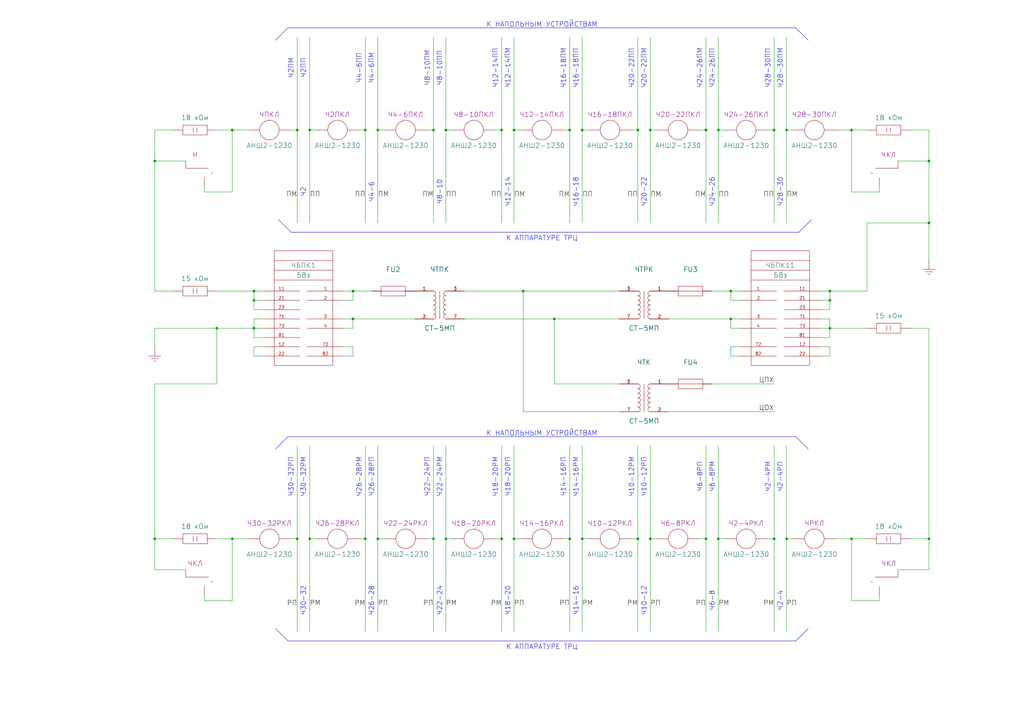
<source format=kicad_sch>
(kicad_sch (version 20231120) (generator "eeschema") (generator_version "8.0")
  (paper "A3")
  (title_block (title "Станция А") (company "МКТ РУТ (МИИТ)") (comment 1 "КП 27.02.03.03.000 ГЧ") (comment 2 "Сафранович") (comment 3 "Бузунова") (comment 9 "Схема контроля жил кабеля"))
  (lib_symbols
    (symbol "Blocks:БВз" (pin_names (offset 0) hide)
      (property "Reference" "ЧБПК" (at 0 10.52 0))
      (property "Value" "БВз" (at 0 6.52 0))
      (symbol "БВз_0_1"
        (rectangle (start -12 16.52) (end 12 -30.49))
        (polyline (pts (xy 12 4.52) (xy -12 4.52)))
        (polyline (pts (xy 12 8.52) (xy -12 8.52)))
        (polyline (pts (xy 12 12.52) (xy -12 12.52)))
      )
      (symbol "БВз_1_1"
        (pin bidirectional line (at 16.51 0 180) (length 15) (name "") (number "1"))
        (pin bidirectional line (at -16.51 0 0) (length 15) (name "") (number "11"))
        (pin bidirectional line (at -16.51 -22.86 0) (length 15) (name "") (number "12"))
        (pin bidirectional line (at 16.51 -3.81 180) (length 15) (name "") (number "2"))
        (pin bidirectional line (at -16.51 -3.81 0) (length 15) (name "") (number "21"))
        (pin bidirectional line (at -16.51 -26.67 0) (length 15) (name "") (number "22"))
        (pin bidirectional line (at -16.51 -7.62 0) (length 15) (name "") (number "23"))
        (pin bidirectional line (at 16.51 -11.43 180) (length 15) (name "") (number "3"))
        (pin bidirectional line (at 16.51 -15.24 180) (length 15) (name "") (number "4"))
        (pin bidirectional line (at -16.51 -11.43 0) (length 15) (name "") (number "71"))
        (pin bidirectional line (at 16.51 -22.86 180) (length 15) (name "") (number "72"))
        (pin bidirectional line (at -16.51 -15.24 0) (length 15) (name "") (number "73"))
        (pin bidirectional line (at -16.51 -19.05 0) (length 15) (name "") (number "81"))
        (pin bidirectional line (at 16.51 -26.67 180) (length 15) (name "") (number "82"))
      )
    )
    (symbol "Blocks:СТ-5МП" (pin_names (offset 1.016) hide)
      (property "Reference" "ТПК" (at 0 7.62 0))
      (property "Value" "СТ-5МП" (at 0 -8.89 0))
      (symbol "СТ-5МП_0_1"
        (arc (start -2.54 -6.35) (mid -1.5736 -5.3975) (end -2.54 -4.445))
        (arc (start -2.54 -4.445) (mid -1.5736 -3.4925) (end -2.54 -2.54))
        (arc (start -2.54 -2.54) (mid -1.5736 -1.5875) (end -2.54 -0.635))
        (arc (start -2.54 -0.635) (mid -1.5048 0.3175) (end -2.54 1.27))
        (arc (start -2.54 1.27) (mid -1.5428 2.2225) (end -2.54 3.175))
        (arc (start -2.54 3.175) (mid -1.5875 4.1275) (end -2.54 5.08))
        (polyline (pts (xy 0 -6.35) (xy 0 5.08)))
        (arc (start 2.54 -4.445) (mid 1.5452 -5.3975) (end 2.54 -6.35))
        (arc (start 2.54 -2.54) (mid 1.5452 -3.4925) (end 2.54 -4.445))
        (arc (start 2.54 -0.635) (mid 1.4998 -1.5875) (end 2.54 -2.54))
        (arc (start 2.54 1.27) (mid 1.5736 0.3175) (end 2.54 -0.635))
        (arc (start 2.54 3.175) (mid 1.5875 2.2225) (end 2.54 1.27))
        (arc (start 2.54 5.08) (mid 1.5633 4.1275) (end 2.54 3.175))
      )
      (symbol "СТ-5МП_1_1"
        (pin passive line (at -10.16 5.08 0) (length 7.62) (name "AA") (number "1"))
        (pin passive line (at -10.16 -6.35 0) (length 7.62) (name "AB") (number "2"))
        (pin passive line (at 10.16 5.08 180) (length 7.62) (name "SB") (number "3"))
        (pin passive line (at 10.16 -6.35 180) (length 7.62) (name "SA") (number "7"))
      )
    )
    (symbol "Device_GOST:FU_FUSE" (pin_numbers hide) (pin_names (offset 0) hide)
      (property "Reference" "FU" (at 0 3.81 0))
      (property "Value" "FU_FUSE" (at 0 -3.81 0))
      (symbol "FU_FUSE_0_1"
        (rectangle (start -5.0038 2.0066) (end 5.0038 -2.0066))
        (polyline (pts (xy -5.0038 0) (xy 5.0038 0)))
      )
      (symbol "FU_FUSE_1_1"
        (pin passive line (at -8.89 0 0) (length 3.8862) (name "~") (number "1"))
        (pin passive line (at 8.89 0 180) (length 3.8862) (name "~") (number "2"))
      )
    )
    (symbol "Device_GOST:R_2W" (pin_numbers hide) (pin_names (offset 0) hide)
      (property "Reference" "R" (at 0 3.81 0))
      (property "Value" "R_2W" (at 0 -3.81 0))
      (symbol "R_2W_0_1"
        (rectangle (start -5.0038 2.0066) (end 5.0038 -2.0066))
        (polyline (pts (xy -0.762 1.016) (xy -0.762 -1.016)))
        (polyline (pts (xy 0.762 1.016) (xy 0.762 -1.016)))
      )
      (symbol "R_2W_1_1"
        (pin passive line (at -8.89 0 0) (length 3.8862) (name "~") (number "1"))
        (pin passive line (at 8.89 0 180) (length 3.8862) (name "~") (number "2"))
      )
    )
    (symbol "SCB_Relay:Контакт_нейтрального_якоря_НЗ" (pin_numbers hide) (pin_names hide)
      (property "Обозначение реле" "Н" (at 0 2.54 0))
      (symbol "Контакт_нейтрального_якоря_НЗ_0_1"
        (polyline (pts (xy -3.81 -3) (xy 5.5 -3)))
        (pin bidirectional line (at -3.81 0 270) (length 3) (name "") (number "1"))
      )
      (symbol "Контакт_нейтрального_якоря_НЗ_1_1"
        (pin bidirectional line (at 3.81 0 270) (length 3) (name "") (number "2"))
        (pin bidirectional line (at 3.81 -10.16 90) (length 3.3) (name "") (number "3"))
      )
      (symbol "Контакт_нейтрального_якоря_НЗ_2_1"
        (pin bidirectional line (at 3.81 -10.16 90) (length 3.3) (name "") (number "3"))
      )
      (symbol "Контакт_нейтрального_якоря_НЗ_3_1"
        (pin bidirectional line (at 3.81 0 270) (length 3) (name "") (number "2"))
      )
      (symbol "Контакт_нейтрального_якоря_НЗ_4_1"
        (polyline (pts (xy 3.81 -10.16) (xy 7.62 -10.16)))
        (polyline (pts (xy 3.81 -8.89) (xy 5.715 -10.16)))
        (polyline (pts (xy 3.81 -6.858) (xy 3.81 -10.16)))
        (polyline (pts (xy 3.81 -1.27) (xy 5.715 0)))
        (polyline (pts (xy 3.81 0) (xy 3.81 -3)))
        (polyline (pts (xy 3.81 0) (xy 7.62 0)))
        (pin bidirectional line (at -3.81 0 270) (length 3) (name "") (number "1"))
        (pin bidirectional line (at 8.89 0 180) (length 2) (name "") (number "2"))
        (pin bidirectional line (at 8.89 -10.16 180) (length 2) (name "") (number "3"))
      )
      (symbol "Контакт_нейтрального_якоря_НЗ_5_1"
        (polyline (pts (xy 3.81 -1.27) (xy 5.715 0)))
        (polyline (pts (xy 3.81 0) (xy 3.81 -3)))
        (polyline (pts (xy 3.81 0) (xy 7.62 0)))
        (pin bidirectional line (at 8.89 0 180) (length 2) (name "") (number "2"))
      )
      (symbol "Контакт_нейтрального_якоря_НЗ_6_1"
        (polyline (pts (xy 3.81 -8.89) (xy 5.715 -10.16)))
        (polyline (pts (xy 3.81 -6.858) (xy 3.81 -10.16) (xy 6.985 -10.16)))
        (pin bidirectional line (at 8.89 -10.16 180) (length 2) (name "") (number "3"))
      )
      (symbol "Контакт_нейтрального_якоря_НЗ_7_1"
        (polyline (pts (xy 11.43 0) (xy 3.81 0) (xy 3.81 -3)))
        (polyline (pts (xy 3.81 0) (xy 5.5 1) (xy 8.5 -1) (xy 10 0)))
        (pin bidirectional line (at 12.7 0 180) (length 2) (name "") (number "2"))
        (pin bidirectional line (at 3.81 -10.16 90) (length 3.3) (name "") (number "3"))
      )
      (symbol "Контакт_нейтрального_якоря_НЗ_8_1"
        (arc (start 5 -8.5) (mid 6.0355 -6) (end 5 -3.5))
        (pin bidirectional line (at 3.81 0 270) (length 3) (name "") (number "2"))
        (pin bidirectional line (at 3.81 -10.16 90) (length 3.3) (name "") (number "3"))
      )
    )
    (symbol "SCB_Relay:Нейтральное" (pin_numbers hide) (pin_names (offset 0.002) hide)
      (property "Value" "НМШ" (at 0 -6.35 0))
      (property "Обозначение реле" "Н" (at 0 6.35 0))
      (symbol "Нейтральное_0_1"
        (circle (center 0 0) (radius 4))
      )
      (symbol "Нейтральное_1_1"
        (pin power_in line (at -8.89 0 0) (length 4.8) (name "") (number "1"))
        (pin power_in line (at 8.89 0 180) (length 4.8) (name "") (number "4"))
      )
      (symbol "Нейтральное_2_1"
        (pin power_in line (at -8.89 0 0) (length 4.8) (name "") (number "1"))
        (pin power_in line (at -8.89 -1.905 0) (length 5.3) (name "") (number "2"))
        (pin power_in line (at 8.89 0 180) (length 4.8) (name "") (number "3"))
        (pin power_in line (at 8.89 -1.905 180) (length 5.3) (name "") (number "4"))
      )
    )
    (symbol "power_GOST:Earth" (power) (pin_numbers hide) (pin_names (offset 0) hide)
      (symbol "Earth_0_1"
        (polyline (pts (xy -2.4892 -3.81) (xy 2.4892 -3.81)))
        (polyline (pts (xy -1.4732 -4.826) (xy 1.4732 -4.826)))
        (polyline (pts (xy -0.4572 -5.842) (xy 0.4572 -5.842)))
        (polyline (pts (xy 0 0) (xy 0 -3.81)))
      )
      (symbol "Earth_1_1"
        (pin passive line (at 0 0 270) (length 0) hide (name "Earth") (number "1"))
      )
    )
    (symbol "СТ-5МП_1" (pin_names (offset 1.016) hide)
      (property "Reference" "ТПК" (at 0 12.7 0))
      (property "Value" "СТ-5МП" (at 0 -12.7 0))
      (symbol "СТ-5МП_1_0_1"
        (arc (start -2.54 -6.35) (mid -1.5736 -5.3975) (end -2.54 -4.445))
        (arc (start -2.54 -4.445) (mid -1.5736 -3.4925) (end -2.54 -2.54))
        (arc (start -2.54 -2.54) (mid -1.5736 -1.5875) (end -2.54 -0.635))
        (arc (start -2.54 -0.635) (mid -1.5048 0.3175) (end -2.54 1.27))
        (arc (start -2.54 1.27) (mid -1.5428 2.2225) (end -2.54 3.175))
        (arc (start -2.54 3.175) (mid -1.5875 4.1275) (end -2.54 5.08))
        (polyline (pts (xy 0 -6.35) (xy 0 5.08)))
        (arc (start 2.54 -4.445) (mid 1.5452 -5.3975) (end 2.54 -6.35))
        (arc (start 2.54 -2.54) (mid 1.5452 -3.4925) (end 2.54 -4.445))
        (arc (start 2.54 -0.635) (mid 1.4998 -1.5875) (end 2.54 -2.54))
        (arc (start 2.54 1.27) (mid 1.5736 0.3175) (end 2.54 -0.635))
        (arc (start 2.54 3.175) (mid 1.5875 2.2225) (end 2.54 1.27))
        (arc (start 2.54 5.08) (mid 1.5633 4.1275) (end 2.54 3.175))
      )
      (symbol "СТ-5МП_1_1_1"
        (pin passive line (at -10.16 5.08 0) (length 7.62) (name "AA") (number "1"))
        (pin passive line (at -10.16 -6.35 0) (length 7.62) (name "AB") (number "2"))
        (pin passive line (at 10.16 5.08 180) (length 7.62) (name "SB") (number "3"))
        (pin passive line (at 10.16 -6.35 180) (length 7.62) (name "SA") (number "7"))
      )
    )
    (symbol "СТ-5МП_2" (pin_names (offset 1.016) hide)
      (property "Reference" "ТПК" (at 0 12.7 0))
      (property "Value" "СТ-5МП" (at 0 -12.7 0))
      (symbol "СТ-5МП_2_0_1"
        (arc (start -2.54 -6.35) (mid -1.5736 -5.3975) (end -2.54 -4.445))
        (arc (start -2.54 -4.445) (mid -1.5736 -3.4925) (end -2.54 -2.54))
        (arc (start -2.54 -2.54) (mid -1.5736 -1.5875) (end -2.54 -0.635))
        (arc (start -2.54 -0.635) (mid -1.5048 0.3175) (end -2.54 1.27))
        (arc (start -2.54 1.27) (mid -1.5428 2.2225) (end -2.54 3.175))
        (arc (start -2.54 3.175) (mid -1.5875 4.1275) (end -2.54 5.08))
        (polyline (pts (xy 0 -6.35) (xy 0 5.08)))
        (arc (start 2.54 -4.445) (mid 1.5452 -5.3975) (end 2.54 -6.35))
        (arc (start 2.54 -2.54) (mid 1.5452 -3.4925) (end 2.54 -4.445))
        (arc (start 2.54 -0.635) (mid 1.4998 -1.5875) (end 2.54 -2.54))
        (arc (start 2.54 1.27) (mid 1.5736 0.3175) (end 2.54 -0.635))
        (arc (start 2.54 3.175) (mid 1.5875 2.2225) (end 2.54 1.27))
        (arc (start 2.54 5.08) (mid 1.5633 4.1275) (end 2.54 3.175))
      )
      (symbol "СТ-5МП_2_1_1"
        (pin passive line (at -10.16 5.08 0) (length 7.62) (name "AA") (number "1"))
        (pin passive line (at -10.16 -6.35 0) (length 7.62) (name "AB") (number "2"))
        (pin passive line (at 10.16 5.08 180) (length 7.62) (name "SB") (number "3"))
        (pin passive line (at 10.16 -6.35 180) (length 7.62) (name "SA") (number "7"))
      )
    )
  )
  (junction (at 88.9 134.62))
  (junction (at 205.74 53.34))
  (junction (at 266.7 53.34))
  (junction (at 317.5 220.98))
  (junction (at 289.56 53.34))
  (junction (at 340.36 134.62))
  (junction (at 95.25 220.98))
  (junction (at 322.58 53.34))
  (junction (at 381 66.04))
  (junction (at 266.7 220.98))
  (junction (at 127 53.34))
  (junction (at 381 220.98))
  (junction (at 177.8 53.34))
  (junction (at 261.62 53.34))
  (junction (at 233.68 53.34))
  (junction (at 317.5 53.34))
  (junction (at 349.25 53.34))
  (junction (at 340.36 123.19))
  (junction (at 349.25 220.98))
  (junction (at 154.94 53.34))
  (junction (at 289.56 220.98))
  (junction (at 205.74 220.98))
  (junction (at 322.58 220.98))
  (junction (at 210.82 53.34))
  (junction (at 104.14 134.62))
  (junction (at 238.76 220.98))
  (junction (at 149.86 220.98))
  (junction (at 340.36 119.38))
  (junction (at 210.82 220.98))
  (junction (at 214.63 119.38))
  (junction (at 104.14 123.19))
  (junction (at 294.64 53.34))
  (junction (at 149.86 53.34))
  (junction (at 63.5 220.98))
  (junction (at 154.94 220.98))
  (junction (at 299.72 119.38))
  (junction (at 238.76 53.34))
  (junction (at 182.88 220.98))
  (junction (at 95.25 53.34))
  (junction (at 227.33 130.81))
  (junction (at 121.92 53.34))
  (junction (at 261.62 220.98))
  (junction (at 63.5 66.04))
  (junction (at 381 91.44))
  (junction (at 127 220.98))
  (junction (at 233.68 220.98))
  (junction (at 299.72 130.81))
  (junction (at 144.78 130.81))
  (junction (at 144.78 119.38))
  (junction (at 177.8 220.98))
  (junction (at 294.64 220.98))
  (junction (at 104.14 119.38))
  (junction (at 121.92 220.98))
  (junction (at 182.88 53.34))
  (wire (pts (xy 340.36 119.38) (xy 336.55 119.38)))
  (wire (pts (xy 177.8 220.98) (xy 177.8 259.08)))
  (wire (pts (xy 140.97 134.62) (xy 144.78 134.62)))
  (wire (pts (xy 381 220.98) (xy 381 233.68)))
  (polyline (pts (xy 113.03 184.15) (xy 118.11 179.07)))
  (wire (pts (xy 144.78 134.62) (xy 144.78 130.81)))
  (wire (pts (xy 349.25 220.98) (xy 349.25 246.38)))
  (wire (pts (xy 95.25 220.98) (xy 95.25 246.38)))
  (wire (pts (xy 203.2 53.34) (xy 205.74 53.34)))
  (wire (pts (xy 238.76 53.34) (xy 241.3 53.34)))
  (wire (pts (xy 349.25 78.74) (xy 360.68 78.74)))
  (wire (pts (xy 336.55 146.05) (xy 340.36 146.05)))
  (wire (pts (xy 355.6 53.34) (xy 349.25 53.34)))
  (wire (pts (xy 266.7 182.88) (xy 266.7 220.98)))
  (wire (pts (xy 299.72 119.38) (xy 292.1 119.38)))
  (wire (pts (xy 292.1 157.48) (xy 317.5 157.48)))
  (wire (pts (xy 88.9 157.48) (xy 63.5 157.48)))
  (wire (pts (xy 368.3 233.68) (xy 381 233.68)))
  (wire (pts (xy 182.88 53.34) (xy 182.88 91.44)))
  (wire (pts (xy 144.78 123.19) (xy 144.78 119.38)))
  (wire (pts (xy 294.64 220.98) (xy 294.64 259.08)))
  (wire (pts (xy 294.64 53.34) (xy 294.64 91.44)))
  (wire (pts (xy 149.86 15.24) (xy 149.86 53.34)))
  (wire (pts (xy 149.86 53.34) (xy 149.86 91.44)))
  (wire (pts (xy 266.7 53.34) (xy 269.24 53.34)))
  (wire (pts (xy 210.82 220.98) (xy 213.36 220.98)))
  (wire (pts (xy 76.2 66.04) (xy 63.5 66.04)))
  (wire (pts (xy 266.7 220.98) (xy 269.24 220.98)))
  (wire (pts (xy 127 53.34) (xy 129.54 53.34)))
  (wire (pts (xy 88.9 134.62) (xy 88.9 157.48)))
  (wire (pts (xy 289.56 53.34) (xy 289.56 91.44)))
  (wire (pts (xy 355.6 91.44) (xy 355.6 119.38)))
  (wire (pts (xy 71.12 53.34) (xy 63.5 53.34)))
  (wire (pts (xy 104.14 134.62) (xy 88.9 134.62)))
  (wire (pts (xy 214.63 168.91) (xy 214.63 119.38)))
  (wire (pts (xy 368.3 66.04) (xy 381 66.04)))
  (wire (pts (xy 303.53 134.62) (xy 299.72 134.62)))
  (wire (pts (xy 154.94 220.98) (xy 154.94 259.08)))
  (wire (pts (xy 127 220.98) (xy 127 259.08)))
  (wire (pts (xy 322.58 15.24) (xy 322.58 53.34)))
  (wire (pts (xy 205.74 182.88) (xy 205.74 220.98)))
  (wire (pts (xy 205.74 15.24) (xy 205.74 53.34)))
  (wire (pts (xy 317.5 53.34) (xy 317.5 91.44)))
  (wire (pts (xy 154.94 53.34) (xy 157.48 53.34)))
  (wire (pts (xy 259.08 220.98) (xy 261.62 220.98)))
  (wire (pts (xy 95.25 246.38) (xy 83.82 246.38)))
  (wire (pts (xy 259.08 53.34) (xy 261.62 53.34)))
  (polyline (pts (xy 326.39 179.07) (xy 331.47 184.15)))
  (wire (pts (xy 233.68 220.98) (xy 233.68 259.08)))
  (wire (pts (xy 322.58 53.34) (xy 325.12 53.34)))
  (wire (pts (xy 381 66.04) (xy 381 91.44)))
  (wire (pts (xy 104.14 119.38) (xy 107.95 119.38)))
  (wire (pts (xy 144.78 119.38) (xy 140.97 119.38)))
  (polyline (pts (xy 327.66 95.25) (xy 119.38 95.25)))
  (wire (pts (xy 147.32 220.98) (xy 149.86 220.98)))
  (wire (pts (xy 294.64 220.98) (xy 297.18 220.98)))
  (wire (pts (xy 119.38 53.34) (xy 121.92 53.34)))
  (wire (pts (xy 144.78 119.38) (xy 152.4 119.38)))
  (wire (pts (xy 317.5 182.88) (xy 317.5 220.98)))
  (polyline (pts (xy 118.11 11.43) (xy 326.39 11.43)))
  (wire (pts (xy 342.9 220.98) (xy 349.25 220.98)))
  (wire (pts (xy 360.68 246.38) (xy 360.68 243.84)))
  (wire (pts (xy 261.62 15.24) (xy 261.62 53.34)))
  (wire (pts (xy 107.95 127) (xy 104.14 127)))
  (wire (pts (xy 144.78 130.81) (xy 140.97 130.81)))
  (wire (pts (xy 83.82 78.74) (xy 83.82 76.2)))
  (wire (pts (xy 336.55 138.43) (xy 340.36 138.43)))
  (wire (pts (xy 144.78 130.81) (xy 170.18 130.81)))
  (wire (pts (xy 71.12 220.98) (xy 63.5 220.98)))
  (wire (pts (xy 266.7 15.24) (xy 266.7 53.34)))
  (wire (pts (xy 238.76 220.98) (xy 238.76 259.08)))
  (wire (pts (xy 83.82 246.38) (xy 83.82 243.84)))
  (polyline (pts (xy 113.03 16.51) (xy 118.11 11.43)))
  (wire (pts (xy 299.72 146.05) (xy 303.53 146.05)))
  (wire (pts (xy 238.76 15.24) (xy 238.76 53.34)))
  (wire (pts (xy 104.14 146.05) (xy 104.14 142.24)))
  (wire (pts (xy 381 134.62) (xy 381 220.98)))
  (wire (pts (xy 355.6 220.98) (xy 349.25 220.98)))
  (wire (pts (xy 381 53.34) (xy 381 66.04)))
  (wire (pts (xy 63.5 220.98) (xy 63.5 233.68)))
  (wire (pts (xy 322.58 220.98) (xy 325.12 220.98)))
  (polyline (pts (xy 118.11 179.07) (xy 326.39 179.07)))
  (wire (pts (xy 107.95 123.19) (xy 104.14 123.19)))
  (wire (pts (xy 182.88 15.24) (xy 182.88 53.34)))
  (wire (pts (xy 289.56 220.98) (xy 289.56 259.08)))
  (wire (pts (xy 340.36 134.62) (xy 355.6 134.62)))
  (wire (pts (xy 287.02 53.34) (xy 289.56 53.34)))
  (wire (pts (xy 373.38 220.98) (xy 381 220.98)))
  (wire (pts (xy 182.88 53.34) (xy 185.42 53.34)))
  (wire (pts (xy 314.96 53.34) (xy 317.5 53.34)))
  (wire (pts (xy 314.96 220.98) (xy 317.5 220.98)))
  (wire (pts (xy 190.5 130.81) (xy 227.33 130.81)))
  (wire (pts (xy 373.38 134.62) (xy 381 134.62)))
  (wire (pts (xy 342.9 53.34) (xy 349.25 53.34)))
  (wire (pts (xy 95.25 53.34) (xy 95.25 78.74)))
  (wire (pts (xy 299.72 130.81) (xy 303.53 130.81)))
  (wire (pts (xy 127 220.98) (xy 129.54 220.98)))
  (wire (pts (xy 233.68 182.88) (xy 233.68 220.98)))
  (wire (pts (xy 149.86 182.88) (xy 149.86 220.98)))
  (wire (pts (xy 289.56 15.24) (xy 289.56 53.34)))
  (wire (pts (xy 336.55 123.19) (xy 340.36 123.19)))
  (wire (pts (xy 340.36 127) (xy 340.36 123.19)))
  (wire (pts (xy 299.72 119.38) (xy 303.53 119.38)))
  (wire (pts (xy 294.64 53.34) (xy 297.18 53.34)))
  (polyline (pts (xy 118.11 262.89) (xy 113.03 257.81)))
  (wire (pts (xy 63.5 157.48) (xy 63.5 220.98)))
  (wire (pts (xy 144.78 146.05) (xy 140.97 146.05)))
  (wire (pts (xy 104.14 123.19) (xy 104.14 119.38)))
  (wire (pts (xy 154.94 182.88) (xy 154.94 220.98)))
  (wire (pts (xy 210.82 53.34) (xy 213.36 53.34)))
  (wire (pts (xy 289.56 182.88) (xy 289.56 220.98)))
  (wire (pts (xy 127 53.34) (xy 127 91.44)))
  (wire (pts (xy 340.36 119.38) (xy 355.6 119.38)))
  (wire (pts (xy 63.5 134.62) (xy 63.5 142.24)))
  (wire (pts (xy 254 157.48) (xy 227.33 157.48)))
  (wire (pts (xy 322.58 220.98) (xy 322.58 259.08)))
  (wire (pts (xy 238.76 53.34) (xy 238.76 91.44)))
  (wire (pts (xy 154.94 53.34) (xy 154.94 91.44)))
  (wire (pts (xy 231.14 220.98) (xy 233.68 220.98)))
  (wire (pts (xy 104.14 130.81) (xy 104.14 134.62)))
  (wire (pts (xy 299.72 130.81) (xy 274.32 130.81)))
  (wire (pts (xy 154.94 15.24) (xy 154.94 53.34)))
  (polyline (pts (xy 332.74 90.17) (xy 327.66 95.25)))
  (wire (pts (xy 210.82 15.24) (xy 210.82 53.34)))
  (wire (pts (xy 104.14 134.62) (xy 107.95 134.62)))
  (wire (pts (xy 177.8 15.24) (xy 177.8 53.34)))
  (wire (pts (xy 95.25 78.74) (xy 83.82 78.74)))
  (wire (pts (xy 303.53 142.24) (xy 299.72 142.24)))
  (wire (pts (xy 140.97 123.19) (xy 144.78 123.19)))
  (wire (pts (xy 360.68 78.74) (xy 360.68 76.2)))
  (wire (pts (xy 107.95 138.43) (xy 104.14 138.43)))
  (wire (pts (xy 340.36 130.81) (xy 340.36 134.62)))
  (wire (pts (xy 101.6 53.34) (xy 95.25 53.34)))
  (wire (pts (xy 322.58 53.34) (xy 322.58 91.44)))
  (polyline (pts (xy 119.38 95.25) (xy 114.3 90.17)))
  (wire (pts (xy 104.14 138.43) (xy 104.14 134.62)))
  (wire (pts (xy 340.36 138.43) (xy 340.36 134.62)))
  (wire (pts (xy 287.02 220.98) (xy 289.56 220.98)))
  (wire (pts (xy 203.2 220.98) (xy 205.74 220.98)))
  (wire (pts (xy 317.5 15.24) (xy 317.5 53.34)))
  (wire (pts (xy 233.68 15.24) (xy 233.68 53.34)))
  (wire (pts (xy 303.53 123.19) (xy 299.72 123.19)))
  (wire (pts (xy 154.94 220.98) (xy 157.48 220.98)))
  (wire (pts (xy 149.86 220.98) (xy 149.86 259.08)))
  (wire (pts (xy 104.14 142.24) (xy 107.95 142.24)))
  (wire (pts (xy 104.14 127) (xy 104.14 123.19)))
  (wire (pts (xy 294.64 182.88) (xy 294.64 220.98)))
  (wire (pts (xy 238.76 182.88) (xy 238.76 220.98)))
  (polyline (pts (xy 331.47 257.81) (xy 326.39 262.89)))
  (wire (pts (xy 340.36 142.24) (xy 336.55 142.24)))
  (wire (pts (xy 63.5 66.04) (xy 63.5 119.38)))
  (wire (pts (xy 205.74 220.98) (xy 205.74 259.08)))
  (wire (pts (xy 274.32 168.91) (xy 317.5 168.91)))
  (wire (pts (xy 121.92 15.24) (xy 121.92 53.34)))
  (wire (pts (xy 107.95 130.81) (xy 104.14 130.81)))
  (wire (pts (xy 121.92 182.88) (xy 121.92 220.98)))
  (wire (pts (xy 340.36 146.05) (xy 340.36 142.24)))
  (wire (pts (xy 381 91.44) (xy 381 106.68)))
  (wire (pts (xy 349.25 246.38) (xy 360.68 246.38)))
  (wire (pts (xy 175.26 220.98) (xy 177.8 220.98)))
  (wire (pts (xy 177.8 53.34) (xy 177.8 91.44)))
  (wire (pts (xy 140.97 142.24) (xy 144.78 142.24)))
  (wire (pts (xy 182.88 182.88) (xy 182.88 220.98)))
  (wire (pts (xy 231.14 53.34) (xy 233.68 53.34)))
  (wire (pts (xy 88.9 53.34) (xy 95.25 53.34)))
  (wire (pts (xy 127 182.88) (xy 127 220.98)))
  (wire (pts (xy 210.82 53.34) (xy 210.82 91.44)))
  (wire (pts (xy 299.72 123.19) (xy 299.72 119.38)))
  (wire (pts (xy 121.92 53.34) (xy 121.92 91.44)))
  (wire (pts (xy 76.2 233.68) (xy 63.5 233.68)))
  (wire (pts (xy 88.9 134.62) (xy 63.5 134.62)))
  (wire (pts (xy 63.5 119.38) (xy 71.12 119.38)))
  (wire (pts (xy 182.88 220.98) (xy 185.42 220.98)))
  (wire (pts (xy 227.33 157.48) (xy 227.33 130.81)))
  (wire (pts (xy 266.7 220.98) (xy 266.7 259.08)))
  (wire (pts (xy 349.25 53.34) (xy 349.25 78.74)))
  (wire (pts (xy 266.7 53.34) (xy 266.7 91.44)))
  (wire (pts (xy 190.5 119.38) (xy 214.63 119.38)))
  (wire (pts (xy 294.64 15.24) (xy 294.64 53.34)))
  (wire (pts (xy 254 168.91) (xy 214.63 168.91)))
  (wire (pts (xy 336.55 130.81) (xy 340.36 130.81)))
  (wire (pts (xy 227.33 130.81) (xy 254 130.81)))
  (wire (pts (xy 340.36 123.19) (xy 340.36 119.38)))
  (wire (pts (xy 336.55 127) (xy 340.36 127)))
  (wire (pts (xy 95.25 220.98) (xy 101.6 220.98)))
  (wire (pts (xy 177.8 182.88) (xy 177.8 220.98)))
  (wire (pts (xy 261.62 53.34) (xy 261.62 91.44)))
  (wire (pts (xy 210.82 182.88) (xy 210.82 220.98)))
  (wire (pts (xy 63.5 53.34) (xy 63.5 66.04)))
  (wire (pts (xy 121.92 220.98) (xy 121.92 259.08)))
  (wire (pts (xy 340.36 134.62) (xy 336.55 134.62)))
  (wire (pts (xy 205.74 53.34) (xy 205.74 91.44)))
  (wire (pts (xy 381 91.44) (xy 355.6 91.44)))
  (wire (pts (xy 182.88 220.98) (xy 182.88 259.08)))
  (wire (pts (xy 107.95 146.05) (xy 104.14 146.05)))
  (polyline (pts (xy 326.39 11.43) (xy 331.47 16.51)))
  (wire (pts (xy 317.5 220.98) (xy 317.5 259.08)))
  (wire (pts (xy 322.58 182.88) (xy 322.58 220.98)))
  (wire (pts (xy 238.76 220.98) (xy 241.3 220.98)))
  (wire (pts (xy 210.82 220.98) (xy 210.82 259.08)))
  (wire (pts (xy 261.62 220.98) (xy 261.62 259.08)))
  (wire (pts (xy 373.38 53.34) (xy 381 53.34)))
  (wire (pts (xy 261.62 182.88) (xy 261.62 220.98)))
  (wire (pts (xy 214.63 119.38) (xy 254 119.38)))
  (wire (pts (xy 147.32 53.34) (xy 149.86 53.34)))
  (wire (pts (xy 233.68 53.34) (xy 233.68 91.44)))
  (wire (pts (xy 88.9 220.98) (xy 95.25 220.98)))
  (polyline (pts (xy 326.39 262.89) (xy 118.11 262.89)))
  (wire (pts (xy 175.26 53.34) (xy 177.8 53.34)))
  (wire (pts (xy 127 15.24) (xy 127 53.34)))
  (wire (pts (xy 299.72 134.62) (xy 299.72 130.81)))
  (wire (pts (xy 299.72 142.24) (xy 299.72 146.05)))
  (wire (pts (xy 119.38 220.98) (xy 121.92 220.98)))
  (wire (pts (xy 144.78 142.24) (xy 144.78 146.05)))
  (wire (pts (xy 88.9 119.38) (xy 104.14 119.38)))
  (text "Ч2-4" (at 320.04 246.38 90) (effects (font (size 2 2))))
  (text "К АППАРАТУРЕ ТРЦ" (at 222.25 97.79 0) (effects (font (size 2 2))))
  (text "Ч18-20РП" (at 208.28 195.58 90) (effects (font (size 2 2))))
  (text "Ч10-12РП" (at 264.16 195.58 90) (effects (font (size 2 2))))
  (text "Ч26-28РП" (at 152.4 195.58 90) (effects (font (size 2 2))))
  (text "Ч26-28" (at 152.4 246.38 90) (effects (font (size 2 2))))
  (text "К НАПОЛЬНЫМ УСТРОЙСТВАМ" (at 222.25 10.16 0) (effects (font (size 2 2))))
  (text "Ч22-24РП" (at 175.26 195.58 90) (effects (font (size 2 2))))
  (text "К АППАРАТУРЕ ТРЦ" (at 222.25 265.43 0) (effects (font (size 2 2))))
  (text "Ч8-10ПМ" (at 175.26 27.94 90) (effects (font (size 2 2))))
  (text "Ч30-32" (at 124.46 246.38 90) (effects (font (size 2 2))))
  (text "Ч2ПП" (at 124.46 27.94 90) (effects (font (size 2 2))))
  (text "Ч20-22ПМ" (at 264.16 27.94 90) (effects (font (size 2 2))))
  (text "Ч24-26ПП" (at 292.1 27.94 90) (effects (font (size 2 2))))
  (text "Ч14-16РП" (at 231.14 195.58 90) (effects (font (size 2 2))))
  (text "Ч6-8" (at 292.1 246.38 90) (effects (font (size 2 2))))
  (text "Ч16-18" (at 236.22 78.74 90) (effects (font (size 2 2))))
  (text "Ч20-22" (at 264.16 78.74 90) (effects (font (size 2 2))))
  (text "Ч10-12РМ" (at 259.08 195.58 90) (effects (font (size 2 2))))
  (text "Ч28-30ПМ" (at 320.04 27.94 90) (effects (font (size 2 2))))
  (text "Ч22-24" (at 180.34 246.38 90) (effects (font (size 2 2))))
  (text "Ч12-14ПП" (at 203.2 27.94 90) (effects (font (size 2 2))))
  (text "Ч10-12" (at 264.16 246.38 90) (effects (font (size 2 2))))
  (text "Ч2ПМ" (at 119.38 27.94 90) (effects (font (size 2 2))))
  (text "Ч2" (at 124.46 78.74 90) (effects (font (size 2 2))))
  (text "Ч18-20" (at 208.28 246.38 90) (effects (font (size 2 2))))
  (text "Ч26-28РМ" (at 147.32 195.58 90) (effects (font (size 2 2))))
  (text "Ч22-24РМ" (at 180.34 195.58 90) (effects (font (size 2 2))))
  (text "Ч2-4РМ" (at 314.96 195.58 90) (effects (font (size 2 2))))
  (text "Ч16-18ПМ" (at 231.14 27.94 90) (effects (font (size 2 2))))
  (text "Ч8-10" (at 180.34 78.74 90) (effects (font (size 2 2))))
  (text "Ч12-14ПМ" (at 208.28 27.94 90) (effects (font (size 2 2))))
  (text "Ч20-22ПП" (at 259.08 27.94 90) (effects (font (size 2 2))))
  (text "Ч16-18ПП" (at 236.22 27.94 90) (effects (font (size 2 2))))
  (text "Ч8-10ПП" (at 180.34 27.94 90) (effects (font (size 2 2))))
  (text "Ч24-26" (at 292.1 78.74 90) (effects (font (size 2 2))))
  (text "Ч30-32РП" (at 119.38 195.58 90) (effects (font (size 2 2))))
  (text "Ч4-6" (at 152.4 78.74 90) (effects (font (size 2 2))))
  (text "Ч30-32РМ" (at 124.46 195.58 90) (effects (font (size 2 2))))
  (text "Ч2-4РП" (at 320.04 195.58 90) (effects (font (size 2 2))))
  (text "Ч12-14" (at 208.28 78.74 90) (effects (font (size 2 2))))
  (text "Ч6-8РП" (at 287.02 195.58 90) (effects (font (size 2 2))))
  (text "Ч28-30" (at 320.04 78.74 90) (effects (font (size 2 2))))
  (text "Ч14-16" (at 236.22 246.38 90) (effects (font (size 2 2))))
  (text "Ч6-8РМ" (at 292.1 195.58 90) (effects (font (size 2 2))))
  (text "Ч18-20РМ" (at 203.2 195.58 90) (effects (font (size 2 2))))
  (text "Ч4-6ПМ" (at 152.4 27.94 90) (effects (font (size 2 2))))
  (text "Ч24-26ПМ" (at 287.02 27.94 90) (effects (font (size 2 2))))
  (text "Ч4-6ПП" (at 147.32 27.94 90) (effects (font (size 2 2))))
  (text "К НАПОЛЬНЫМ УСТРОЙСТВАМ" (at 222.25 177.8 0) (effects (font (size 2 2))))
  (text "Ч14-16РМ" (at 236.22 195.58 90) (effects (font (size 2 2))))
  (text "Ч28-30ПП" (at 314.96 27.94 90) (effects (font (size 2 2))))
  (label "РП" (at 266.7 248.92 0) (effects (font (size 2 2))) (property "Netclass" "Цепь" (effects (hide yes))))
  (label "ПМ" (at 233.68 81.28 180) (effects (font (size 2 2))) (property "Netclass" "Цепь" (effects (hide yes))))
  (label "ПМ" (at 154.94 81.28 0) (effects (font (size 2 2))) (property "Netclass" "Цепь" (effects (hide yes))))
  (label "ПП" (at 149.86 81.28 180) (effects (font (size 2 2))) (property "Netclass" "Цепь" (effects (hide yes))))
  (label "ПМ" (at 210.82 81.28 0) (effects (font (size 2 2))) (property "Netclass" "Цепь" (effects (hide yes))))
  (label "ПП" (at 205.74 81.28 180) (effects (font (size 2 2))) (property "Netclass" "Цепь" (effects (hide yes))))
  (label "РП" (at 233.68 248.92 180) (effects (font (size 2 2))) (property "Netclass" "Цепь" (effects (hide yes))))
  (label "ПП" (at 238.76 81.28 0) (effects (font (size 2 2))) (property "Netclass" "Цепь" (effects (hide yes))))
  (label "ПМ" (at 266.7 81.28 0) (effects (font (size 2 2))) (property "Netclass" "Цепь" (effects (hide yes))))
  (label "ПМ" (at 121.92 81.28 180) (effects (font (size 2 2))) (property "Netclass" "Цепь" (effects (hide yes))))
  (label "РМ" (at 261.62 248.92 180) (effects (font (size 2 2))) (property "Netclass" "Цепь" (effects (hide yes))))
  (label "ЦПХ" (at 317.5 157.48 180) (effects (font (size 2 2))) (property "Netclass" "Цепь" (effects (hide yes))))
  (label "РМ" (at 127 248.92 0) (effects (font (size 2 2))) (property "Netclass" "Цепь" (effects (hide yes))))
  (label "ПП" (at 294.64 81.28 0) (effects (font (size 2 2))) (property "Netclass" "Цепь" (effects (hide yes))))
  (label "ЦОХ" (at 317.5 168.91 180) (effects (font (size 2 2))) (property "Netclass" "Цепь" (effects (hide yes))))
  (label "ПМ" (at 322.58 81.28 0) (effects (font (size 2 2))) (property "Netclass" "Цепь" (effects (hide yes))))
  (label "ПМ" (at 177.8 81.28 180) (effects (font (size 2 2))) (property "Netclass" "Цепь" (effects (hide yes))))
  (label "РМ" (at 182.88 248.92 0) (effects (font (size 2 2))) (property "Netclass" "Цепь" (effects (hide yes))))
  (label "ПП" (at 261.62 81.28 180) (effects (font (size 2 2))) (property "Netclass" "Цепь" (effects (hide yes))))
  (label "ПМ" (at 289.56 81.28 180) (effects (font (size 2 2))) (property "Netclass" "Цепь" (effects (hide yes))))
  (label "РП" (at 210.82 248.92 0) (effects (font (size 2 2))) (property "Netclass" "Цепь" (effects (hide yes))))
  (label "РП" (at 289.56 248.92 180) (effects (font (size 2 2))) (property "Netclass" "Цепь" (effects (hide yes))))
  (label "ПП" (at 317.5 81.28 180) (effects (font (size 2 2))) (property "Netclass" "Цепь" (effects (hide yes))))
  (label "РП" (at 177.8 248.92 180) (effects (font (size 2 2))) (property "Netclass" "Цепь" (effects (hide yes))))
  (label "РМ" (at 238.76 248.92 0) (effects (font (size 2 2))) (property "Netclass" "Цепь" (effects (hide yes))))
  (label "РП" (at 121.92 248.92 180) (effects (font (size 2 2))) (property "Netclass" "Цепь" (effects (hide yes))))
  (label "РМ" (at 317.5 248.92 180) (effects (font (size 2 2))) (property "Netclass" "Цепь" (effects (hide yes))))
  (label "РМ" (at 294.64 248.92 0) (effects (font (size 2 2))) (property "Netclass" "Цепь" (effects (hide yes))))
  (label "ПП" (at 127 81.28 0) (effects (font (size 2 2))) (property "Netclass" "Цепь" (effects (hide yes))))
  (label "РП" (at 154.94 248.92 0) (effects (font (size 2 2))) (property "Netclass" "Цепь" (effects (hide yes))))
  (label "РМ" (at 149.86 248.92 180) (effects (font (size 2 2))) (property "Netclass" "Цепь" (effects (hide yes))))
  (label "РП" (at 322.58 248.92 0) (effects (font (size 2 2))) (property "Netclass" "Цепь" (effects (hide yes))))
  (label "ПП" (at 182.88 81.28 0) (effects (font (size 2 2))) (property "Netclass" "Цепь" (effects (hide yes))))
  (label "РМ" (at 205.74 248.92 180) (effects (font (size 2 2))) (property "Netclass" "Цепь" (effects (hide yes))))
  (symbol (lib_id "SCB_Relay:Нейтральное") (at 306.07 220.98 0) (unit 1)
    (property "Reference" "Н1111" (effects (hide yes)))
    (property "Value" "АНШ2-1230" (at 306.07 227.33 0) (effects (font (size 2 2))))
    (property "Обозначение реле" "Ч2-4РКЛ" (at 306.07 214.63 0) (effects (font (size 2 2))))
  )
  (symbol (lib_id "Device_GOST:FU_FUSE") (at 161.29 119.38 0) (unit 1)
    (property "Reference" "FU2" (at 161.29 110.49 0) (effects (font (size 2.0066 2.0066))))
    (property "Value" "FU_FUSE" (effects (hide yes)))
  )
  (symbol (lib_id "SCB_Relay:Контакт_нейтрального_якоря_НЗ") (at 80.01 233.68 0) (unit 2)
    (property "Reference" "Н11" (effects (hide yes)))
    (property "Value" "~" (at 86.36 238.61 0) (effects (justify left)))
    (property "Обозначение реле" "ЧКЛ" (at 80.01 231.14 0) (effects (font (size 2 2))))
  )
  (symbol (lib_id "SCB_Relay:Нейтральное") (at 250.19 220.98 0) (unit 1)
    (property "Reference" "Н1111" (effects (hide yes)))
    (property "Value" "АНШ2-1230" (at 250.19 227.33 0) (effects (font (size 2 2))))
    (property "Обозначение реле" "Ч10-12РКЛ" (at 250.19 214.63 0) (effects (font (size 2 2))))
  )
  (symbol (lib_id "SCB_Relay:Нейтральное") (at 222.25 220.98 0) (unit 1)
    (property "Reference" "Н1111" (effects (hide yes)))
    (property "Value" "АНШ2-1230" (at 222.25 227.33 0) (effects (font (size 2 2))))
    (property "Обозначение реле" "Ч14-16РКЛ" (at 222.25 214.63 0) (effects (font (size 2 2))))
  )
  (symbol (lib_id "Blocks:СТ-5МП") (at 264.16 162.56 0) (mirror y) (unit 1)
    (property "Reference" "ЧТК" (at 264.16 148.59 0) (effects (font (size 2 2))))
    (property "Value" "СТ-5МП" (at 264.16 172.72 0) (effects (font (size 2 2))))
  )
  (symbol (lib_id "Blocks:БВз") (at 124.46 119.38 0) (unit 1)
    (property "Reference" "ЧБПК1" (at 124.46 108.86 0) (effects (font (size 2 2))))
    (property "Value" "БВз" (at 124.46 112.86 0) (effects (font (size 2 2))))
  )
  (symbol (lib_id "SCB_Relay:Нейтральное") (at 166.37 220.98 0) (unit 1)
    (property "Reference" "Н1111" (effects (hide yes)))
    (property "Value" "АНШ2-1230" (at 166.37 227.33 0) (effects (font (size 2 2))))
    (property "Обозначение реле" "Ч22-24РКЛ" (at 166.37 214.63 0) (effects (font (size 2 2))))
  )
  (symbol (lib_id "SCB_Relay:Нейтральное") (at 222.25 53.34 0) (unit 1)
    (property "Reference" "Н111" (effects (hide yes)))
    (property "Value" "АНШ2-1230" (at 222.25 59.69 0) (effects (font (size 2 2))))
    (property "Обозначение реле" "Ч12-14ПКЛ" (at 222.25 46.99 0) (effects (font (size 2 2))))
  )
  (symbol (lib_id "Blocks:БВз") (at 320.04 119.38 0) (mirror y) (unit 1)
    (property "Reference" "ЧБПК11" (at 320.04 108.86 0) (effects (font (size 2 2))))
    (property "Value" "БВз" (at 320.04 112.86 0) (effects (font (size 2 2))))
  )
  (symbol (lib_id "Device_GOST:R_2W") (at 364.49 53.34 0) (mirror y) (unit 1)
    (property "Reference" "R5" (effects (hide yes)))
    (property "Value" "18 кОм" (at 364.49 48.26 0) (effects (font (size 2.0066 2.0066))))
  )
  (symbol (lib_id "SCB_Relay:Нейтральное") (at 250.19 53.34 0) (unit 1)
    (property "Reference" "Н111" (effects (hide yes)))
    (property "Value" "АНШ2-1230" (at 250.19 59.69 0) (effects (font (size 2 2))))
    (property "Обозначение реле" "Ч16-18ПКЛ" (at 250.19 46.99 0) (effects (font (size 2 2))))
  )
  (symbol (lib_id "SCB_Relay:Контакт_нейтрального_якоря_НЗ") (at 80.01 66.04 0) (unit 2)
    (property "Reference" "Н1" (effects (hide yes)))
    (property "Value" "~" (at 86.36 70.97 0) (effects (justify left)))
    (property "Обозначение реле" "Н" (at 80.01 63.5 0) (effects (font (size 2 2))))
  )
  (symbol (lib_id "SCB_Relay:Нейтральное") (at 138.43 53.34 0) (unit 1)
    (property "Reference" "Н111" (effects (hide yes)))
    (property "Value" "АНШ2-1230" (at 138.43 59.69 0) (effects (font (size 2 2))))
    (property "Обозначение реле" "Ч2ПКЛ" (at 138.43 46.99 0) (effects (font (size 2 2))))
  )
  (symbol (lib_name "СТ-5МП_2") (lib_id "Blocks:СТ-5МП") (at 264.16 124.46 0) (mirror y) (unit 1)
    (property "Reference" "ЧТРК" (at 264.16 110.49 0) (effects (font (size 2 2))))
    (property "Value" "СТ-5МП" (at 264.16 134.62 0) (effects (font (size 2 2))))
  )
  (symbol (lib_id "SCB_Relay:Нейтральное") (at 334.01 220.98 0) (unit 1)
    (property "Reference" "Н11111" (effects (hide yes)))
    (property "Value" "АНШ2-1230" (at 334.01 227.33 0) (effects (font (size 2 2))))
    (property "Обозначение реле" "ЧРКЛ" (at 334.01 214.63 0) (effects (font (size 2 2))))
  )
  (symbol (lib_id "Device_GOST:FU_FUSE") (at 283.21 119.38 0) (mirror y) (unit 1)
    (property "Reference" "FU3" (at 283.21 110.49 0) (effects (font (size 2.0066 2.0066))))
    (property "Value" "FU_FUSE" (effects (hide yes)))
  )
  (symbol (lib_id "Device_GOST:FU_FUSE") (at 283.21 157.48 0) (mirror y) (unit 1)
    (property "Reference" "FU4" (at 283.21 148.59 0) (effects (font (size 2.0066 2.0066))))
    (property "Value" "FU_FUSE" (effects (hide yes)))
  )
  (symbol (lib_id "SCB_Relay:Контакт_нейтрального_якоря_НЗ") (at 364.49 66.04 0) (mirror y) (unit 2)
    (property "Reference" "Н11" (effects (hide yes)))
    (property "Value" "~" (at 358.14 70.97 0) (effects (justify left)))
    (property "Обозначение реле" "ЧКЛ" (at 364.49 63.5 0) (effects (font (size 2 2))))
  )
  (symbol (lib_id "SCB_Relay:Нейтральное") (at 194.31 53.34 0) (unit 1)
    (property "Reference" "Н111" (effects (hide yes)))
    (property "Value" "АНШ2-1230" (at 194.31 59.69 0) (effects (font (size 2 2))))
    (property "Обозначение реле" "Ч8-10ПКЛ" (at 194.31 46.99 0) (effects (font (size 2 2))))
  )
  (symbol (lib_id "SCB_Relay:Нейтральное") (at 334.01 53.34 0) (unit 1)
    (property "Reference" "Н111" (effects (hide yes)))
    (property "Value" "АНШ2-1230" (at 334.01 59.69 0) (effects (font (size 2 2))))
    (property "Обозначение реле" "Ч28-30ПКЛ" (at 334.01 46.99 0) (effects (font (size 2 2))))
  )
  (symbol (lib_id "SCB_Relay:Нейтральное") (at 110.49 220.98 0) (unit 1)
    (property "Reference" "Н111" (effects (hide yes)))
    (property "Value" "АНШ2-1230" (at 110.49 227.33 0) (effects (font (size 2 2))))
    (property "Обозначение реле" "Ч30-32РКЛ" (at 110.49 214.63 0) (effects (font (size 2 2))))
  )
  (symbol (lib_id "SCB_Relay:Нейтральное") (at 278.13 53.34 0) (unit 1)
    (property "Reference" "Н111" (effects (hide yes)))
    (property "Value" "АНШ2-1230" (at 278.13 59.69 0) (effects (font (size 2 2))))
    (property "Обозначение реле" "Ч20-22ПКЛ" (at 278.13 46.99 0) (effects (font (size 2 2))))
  )
  (symbol (lib_id "SCB_Relay:Нейтральное") (at 278.13 220.98 0) (unit 1)
    (property "Reference" "Н1111" (effects (hide yes)))
    (property "Value" "АНШ2-1230" (at 278.13 227.33 0) (effects (font (size 2 2))))
    (property "Обозначение реле" "Ч6-8РКЛ" (at 278.13 214.63 0) (effects (font (size 2 2))))
  )
  (symbol (lib_id "Device_GOST:R_2W") (at 364.49 220.98 0) (mirror y) (unit 1)
    (property "Reference" "R6" (effects (hide yes)))
    (property "Value" "18 кОм" (at 364.49 215.9 0) (effects (font (size 2.0066 2.0066))))
  )
  (symbol (lib_id "SCB_Relay:Нейтральное") (at 138.43 220.98 0) (unit 1)
    (property "Reference" "Н1111" (effects (hide yes)))
    (property "Value" "АНШ2-1230" (at 138.43 227.33 0) (effects (font (size 2 2))))
    (property "Обозначение реле" "Ч26-28РКЛ" (at 138.43 214.63 0) (effects (font (size 2 2))))
  )
  (symbol (lib_id "SCB_Relay:Нейтральное") (at 110.49 53.34 0) (unit 1)
    (property "Reference" "Н11" (effects (hide yes)))
    (property "Value" "АНШ2-1230" (at 110.49 59.69 0) (effects (font (size 2 2))))
    (property "Обозначение реле" "ЧПКЛ" (at 110.49 46.99 0) (effects (font (size 2 2))))
  )
  (symbol (lib_id "Device_GOST:R_2W") (at 80.01 119.38 0) (unit 1)
    (property "Reference" "R1" (effects (hide yes)))
    (property "Value" "15 кОм" (at 80.01 114.3 0) (effects (font (size 2.0066 2.0066))))
  )
  (symbol (lib_id "Device_GOST:R_2W") (at 364.49 134.62 0) (unit 1)
    (property "Reference" "R4" (effects (hide yes)))
    (property "Value" "15 кОм" (at 364.49 129.54 0) (effects (font (size 2.0066 2.0066))))
  )
  (symbol (lib_id "SCB_Relay:Контакт_нейтрального_якоря_НЗ") (at 364.49 233.68 0) (mirror y) (unit 2)
    (property "Reference" "Н11" (effects (hide yes)))
    (property "Value" "~" (at 358.14 238.61 0) (effects (justify left)))
    (property "Обозначение реле" "ЧКЛ" (at 364.49 231.14 0) (effects (font (size 2 2))))
  )
  (symbol (lib_id "SCB_Relay:Нейтральное") (at 194.31 220.98 0) (unit 1)
    (property "Reference" "Н1111" (effects (hide yes)))
    (property "Value" "АНШ2-1230" (at 194.31 227.33 0) (effects (font (size 2 2))))
    (property "Обозначение реле" "Ч18-20РКЛ" (at 194.31 214.63 0) (effects (font (size 2 2))))
  )
  (symbol (lib_id "power_GOST:Earth") (at 63.5 142.24 0) (unit 1)
    (property "Reference" "#PWR02" (effects (hide yes)))
    (property "Value" "Earth" (effects (hide yes)))
  )
  (symbol (lib_name "СТ-5МП_1") (lib_id "Blocks:СТ-5МП") (at 180.34 124.46 0) (unit 1)
    (property "Reference" "ЧТПК" (at 180.34 110.49 0) (effects (font (size 2 2))))
    (property "Value" "СТ-5МП" (at 180.34 134.62 0) (effects (font (size 2 2))))
  )
  (symbol (lib_id "Device_GOST:R_2W") (at 80.01 220.98 0) (unit 1)
    (property "Reference" "R3" (effects (hide yes)))
    (property "Value" "18 кОм" (at 80.01 215.9 0) (effects (font (size 2.0066 2.0066))))
  )
  (symbol (lib_id "SCB_Relay:Нейтральное") (at 166.37 53.34 0) (unit 1)
    (property "Reference" "Н111" (effects (hide yes)))
    (property "Value" "АНШ2-1230" (at 166.37 59.69 0) (effects (font (size 2 2))))
    (property "Обозначение реле" "Ч4-6ПКЛ" (at 166.37 46.99 0) (effects (font (size 2 2))))
  )
  (symbol (lib_id "Device_GOST:R_2W") (at 80.01 53.34 0) (unit 1)
    (property "Reference" "R2" (effects (hide yes)))
    (property "Value" "18 кОм" (at 80.01 48.26 0) (effects (font (size 2.0066 2.0066))))
  )
  (symbol (lib_id "SCB_Relay:Нейтральное") (at 306.07 53.34 0) (unit 1)
    (property "Reference" "Н111" (effects (hide yes)))
    (property "Value" "АНШ2-1230" (at 306.07 59.69 0) (effects (font (size 2 2))))
    (property "Обозначение реле" "Ч24-26ПКЛ" (at 306.07 46.99 0) (effects (font (size 2 2))))
  )
  (symbol (lib_id "power_GOST:Earth") (at 381 106.68 0) (unit 1)
    (property "Reference" "#PWR01" (effects (hide yes)))
    (property "Value" "Earth" (effects (hide yes)))
  )
)
</source>
